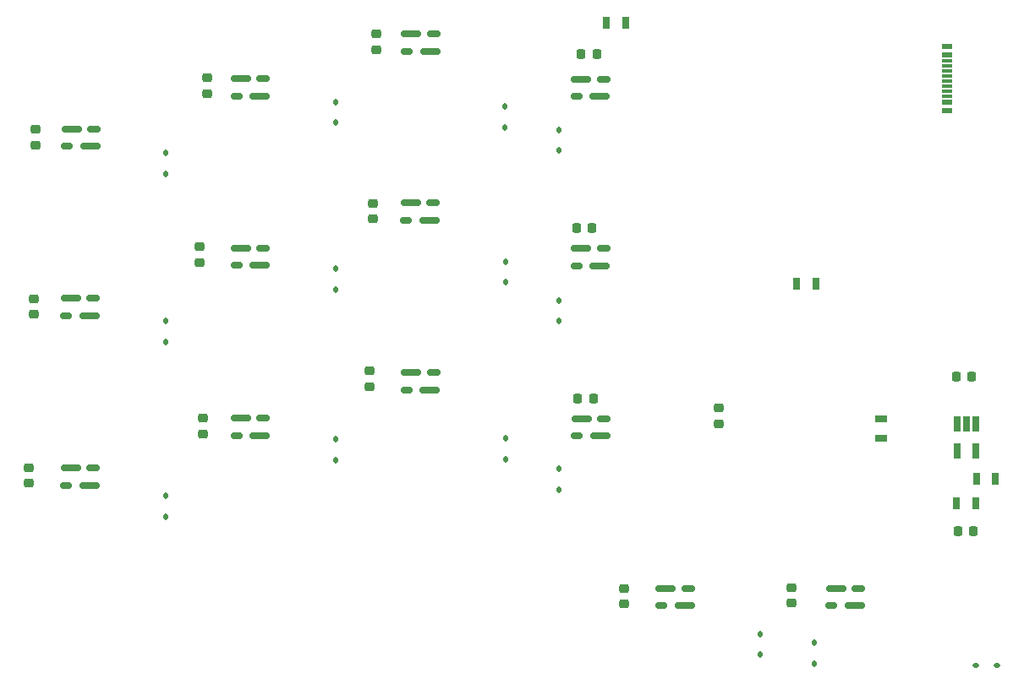
<source format=gbr>
%TF.GenerationSoftware,KiCad,Pcbnew,7.0.2*%
%TF.CreationDate,2024-03-04T12:18:32-06:00*%
%TF.ProjectId,01_capsule5_left,30315f63-6170-4737-956c-65355f6c6566,v1.0.0*%
%TF.SameCoordinates,Original*%
%TF.FileFunction,Paste,Bot*%
%TF.FilePolarity,Positive*%
%FSLAX46Y46*%
G04 Gerber Fmt 4.6, Leading zero omitted, Abs format (unit mm)*
G04 Created by KiCad (PCBNEW 7.0.2) date 2024-03-04 12:18:32*
%MOMM*%
%LPD*%
G01*
G04 APERTURE LIST*
G04 Aperture macros list*
%AMRoundRect*
0 Rectangle with rounded corners*
0 $1 Rounding radius*
0 $2 $3 $4 $5 $6 $7 $8 $9 X,Y pos of 4 corners*
0 Add a 4 corners polygon primitive as box body*
4,1,4,$2,$3,$4,$5,$6,$7,$8,$9,$2,$3,0*
0 Add four circle primitives for the rounded corners*
1,1,$1+$1,$2,$3*
1,1,$1+$1,$4,$5*
1,1,$1+$1,$6,$7*
1,1,$1+$1,$8,$9*
0 Add four rect primitives between the rounded corners*
20,1,$1+$1,$2,$3,$4,$5,0*
20,1,$1+$1,$4,$5,$6,$7,0*
20,1,$1+$1,$6,$7,$8,$9,0*
20,1,$1+$1,$8,$9,$2,$3,0*%
G04 Aperture macros list end*
%ADD10RoundRect,0.112500X-0.187500X-0.112500X0.187500X-0.112500X0.187500X0.112500X-0.187500X0.112500X0*%
%ADD11RoundRect,0.225000X0.250000X-0.225000X0.250000X0.225000X-0.250000X0.225000X-0.250000X-0.225000X0*%
%ADD12RoundRect,0.112500X-0.112500X0.187500X-0.112500X-0.187500X0.112500X-0.187500X0.112500X0.187500X0*%
%ADD13RoundRect,0.225000X0.225000X0.250000X-0.225000X0.250000X-0.225000X-0.250000X0.225000X-0.250000X0*%
%ADD14R,0.700000X1.300000*%
%ADD15O,1.200000X0.750000*%
%ADD16O,2.100000X0.750000*%
%ADD17O,1.400000X0.750000*%
%ADD18R,0.650000X1.560000*%
%ADD19RoundRect,0.225000X-0.225000X-0.250000X0.225000X-0.250000X0.225000X0.250000X-0.225000X0.250000X0*%
%ADD20R,1.100000X0.600000*%
%ADD21R,1.100000X0.300000*%
%ADD22R,1.300000X0.700000*%
%ADD23RoundRect,0.225000X-0.250000X0.225000X-0.250000X-0.225000X0.250000X-0.225000X0.250000X0.225000X0*%
G04 APERTURE END LIST*
D10*
%TO.C,D15*%
X262600000Y-111000000D03*
X260500000Y-111000000D03*
%TD*%
D11*
%TO.C,C6*%
X182800000Y-70575000D03*
X182800000Y-69025000D03*
%TD*%
D12*
%TO.C,D14*%
X244308564Y-108685769D03*
X244308564Y-110785769D03*
%TD*%
D11*
%TO.C,C2*%
X183500000Y-53650000D03*
X183500000Y-52100000D03*
%TD*%
D12*
%TO.C,D06*%
X196358564Y-71235769D03*
X196358564Y-73335769D03*
%TD*%
D11*
%TO.C,C3*%
X200500000Y-49250000D03*
X200500000Y-47700000D03*
%TD*%
%TO.C,C13*%
X225250000Y-104800000D03*
X225250000Y-103250000D03*
%TD*%
D13*
%TO.C,C4*%
X222525000Y-49700000D03*
X220975000Y-49700000D03*
%TD*%
D12*
%TO.C,D07*%
X213408564Y-70485769D03*
X213408564Y-72585769D03*
%TD*%
D14*
%TO.C,R1*%
X225408564Y-46535769D03*
X223508564Y-46535769D03*
%TD*%
D15*
%TO.C,LED02*%
X186450000Y-53900000D03*
D16*
X186900000Y-52150000D03*
D17*
X189150000Y-52150000D03*
D16*
X188800000Y-53900000D03*
%TD*%
D11*
%TO.C,C14*%
X242000000Y-104750000D03*
X242000000Y-103200000D03*
%TD*%
D15*
%TO.C,LED09*%
X169425000Y-92955000D03*
D16*
X169875000Y-91205000D03*
D17*
X172125000Y-91205000D03*
D16*
X171775000Y-92955000D03*
%TD*%
D18*
%TO.C,IC1*%
X258600000Y-86800000D03*
X259550000Y-86800000D03*
X260500000Y-86800000D03*
X260500000Y-89500000D03*
X258600000Y-89500000D03*
%TD*%
D12*
%TO.C,D13*%
X238908564Y-107835769D03*
X238908564Y-109935769D03*
%TD*%
D11*
%TO.C,C11*%
X199750000Y-83025000D03*
X199750000Y-81475000D03*
%TD*%
D12*
%TO.C,D08*%
X218708564Y-74385769D03*
X218708564Y-76485769D03*
%TD*%
D15*
%TO.C,LED12*%
X220550000Y-88000000D03*
D16*
X221000000Y-86250000D03*
D17*
X223250000Y-86250000D03*
D16*
X222900000Y-88000000D03*
%TD*%
D11*
%TO.C,C5*%
X166200000Y-75800000D03*
X166200000Y-74250000D03*
%TD*%
D19*
%TO.C,C16*%
X258500000Y-82000000D03*
X260050000Y-82000000D03*
%TD*%
D15*
%TO.C,LED10*%
X186450000Y-87950000D03*
D16*
X186900000Y-86200000D03*
D17*
X189150000Y-86200000D03*
D16*
X188800000Y-87950000D03*
%TD*%
D11*
%TO.C,C1*%
X166370000Y-58825000D03*
X166370000Y-57275000D03*
%TD*%
D15*
%TO.C,LED04*%
X220500000Y-53950000D03*
D16*
X220950000Y-52200000D03*
D17*
X223200000Y-52200000D03*
D16*
X222850000Y-53950000D03*
%TD*%
D14*
%TO.C,R5*%
X242550000Y-72750000D03*
X244450000Y-72750000D03*
%TD*%
%TO.C,R3*%
X260450000Y-94750000D03*
X258550000Y-94750000D03*
%TD*%
D11*
%TO.C,C7*%
X200100000Y-66250000D03*
X200100000Y-64700000D03*
%TD*%
D12*
%TO.C,D04*%
X218708564Y-57285769D03*
X218708564Y-59385769D03*
%TD*%
D11*
%TO.C,C10*%
X183100000Y-87775000D03*
X183100000Y-86225000D03*
%TD*%
D15*
%TO.C,LED05*%
X169425000Y-75955000D03*
D16*
X169875000Y-74205000D03*
D17*
X172125000Y-74205000D03*
D16*
X171775000Y-75955000D03*
%TD*%
D12*
%TO.C,D01*%
X179408564Y-59585769D03*
X179408564Y-61685769D03*
%TD*%
%TO.C,D10*%
X196358564Y-88335769D03*
X196358564Y-90435769D03*
%TD*%
D15*
%TO.C,LED06*%
X186450000Y-70900000D03*
D16*
X186900000Y-69150000D03*
D17*
X189150000Y-69150000D03*
D16*
X188800000Y-70900000D03*
%TD*%
D20*
%TO.C,J1*%
X257600000Y-48945000D03*
X257600000Y-49745000D03*
D21*
X257600000Y-50895000D03*
X257600000Y-51895000D03*
X257600000Y-52395000D03*
X257600000Y-53395000D03*
D20*
X257600000Y-54545000D03*
X257600000Y-55345000D03*
X257600000Y-55345000D03*
X257600000Y-54545000D03*
D21*
X257600000Y-53895000D03*
X257600000Y-52895000D03*
X257600000Y-51395000D03*
X257600000Y-50395000D03*
D20*
X257600000Y-49745000D03*
X257600000Y-48945000D03*
%TD*%
D22*
%TO.C,R4*%
X251000000Y-88200000D03*
X251000000Y-86300000D03*
%TD*%
D15*
%TO.C,LED07*%
X203450000Y-66350000D03*
D16*
X203900000Y-64600000D03*
D17*
X206150000Y-64600000D03*
D16*
X205800000Y-66350000D03*
%TD*%
D14*
%TO.C,R2*%
X260550000Y-92250000D03*
X262450000Y-92250000D03*
%TD*%
D12*
%TO.C,D05*%
X179358564Y-76485769D03*
X179358564Y-78585769D03*
%TD*%
D15*
%TO.C,LED03*%
X203500000Y-49450000D03*
D16*
X203950000Y-47700000D03*
D17*
X206200000Y-47700000D03*
D16*
X205850000Y-49450000D03*
%TD*%
D12*
%TO.C,D09*%
X179408564Y-93985769D03*
X179408564Y-96085769D03*
%TD*%
D19*
%TO.C,C15*%
X258700000Y-97500000D03*
X260250000Y-97500000D03*
%TD*%
D15*
%TO.C,LED08*%
X220500000Y-70950000D03*
D16*
X220950000Y-69200000D03*
D17*
X223200000Y-69200000D03*
D16*
X222850000Y-70950000D03*
%TD*%
D15*
%TO.C,LED11*%
X203475000Y-83405000D03*
D16*
X203925000Y-81655000D03*
D17*
X206175000Y-81655000D03*
D16*
X205825000Y-83405000D03*
%TD*%
D12*
%TO.C,D12*%
X218758564Y-91285769D03*
X218758564Y-93385769D03*
%TD*%
D13*
%TO.C,C8*%
X222075000Y-67100000D03*
X220525000Y-67100000D03*
%TD*%
D15*
%TO.C,LED14*%
X246050000Y-105000000D03*
D16*
X246500000Y-103250000D03*
D17*
X248750000Y-103250000D03*
D16*
X248400000Y-105000000D03*
%TD*%
D15*
%TO.C,LED13*%
X229000000Y-105000000D03*
D16*
X229450000Y-103250000D03*
D17*
X231700000Y-103250000D03*
D16*
X231350000Y-105000000D03*
%TD*%
D15*
%TO.C,LED01*%
X169500000Y-58950000D03*
D16*
X169950000Y-57200000D03*
D17*
X172200000Y-57200000D03*
D16*
X171850000Y-58950000D03*
%TD*%
D23*
%TO.C,C17*%
X234750000Y-85200000D03*
X234750000Y-86750000D03*
%TD*%
D12*
%TO.C,D11*%
X213400000Y-88200000D03*
X213400000Y-90300000D03*
%TD*%
%TO.C,D02*%
X196358564Y-54485769D03*
X196358564Y-56585769D03*
%TD*%
D11*
%TO.C,C9*%
X165700000Y-92750000D03*
X165700000Y-91200000D03*
%TD*%
D13*
%TO.C,C12*%
X222200000Y-84250000D03*
X220650000Y-84250000D03*
%TD*%
D12*
%TO.C,D03*%
X213358564Y-54950000D03*
X213358564Y-57050000D03*
%TD*%
M02*

</source>
